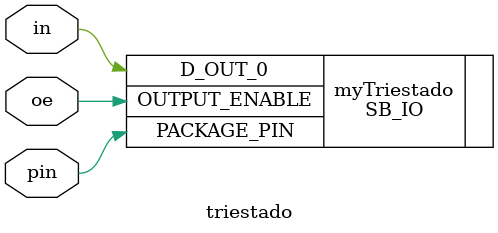
<source format=v>

module triestado (input in,input oe,inout pin);

SB_IO #( 
		.PIN_TYPE(6'b1010_01), 
		.PULLUP(1'b0) 
       ) 
        myTriestado
		(
		.PACKAGE_PIN(pin),
     	.OUTPUT_ENABLE(oe),
		.D_OUT_0(in)

	);
endmodule
</source>
